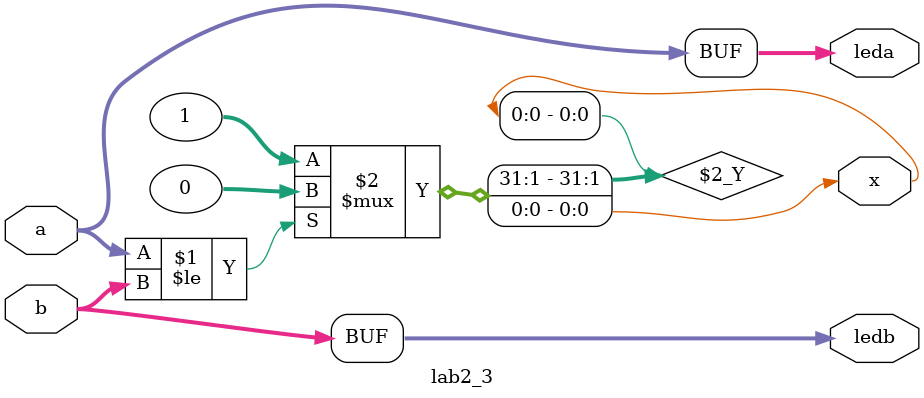
<source format=v>
`timescale 1ns / 1ps

module lab2_3 (
    input [3:0]  a,
    input [3:0] b,
    output [3:0] leda,
    output [3:0] ledb,
    output x
    );
    
assign leda = a;
assign ledb = b;
assign x = (a<= b) ? 0 : 1;
    
endmodule

</source>
